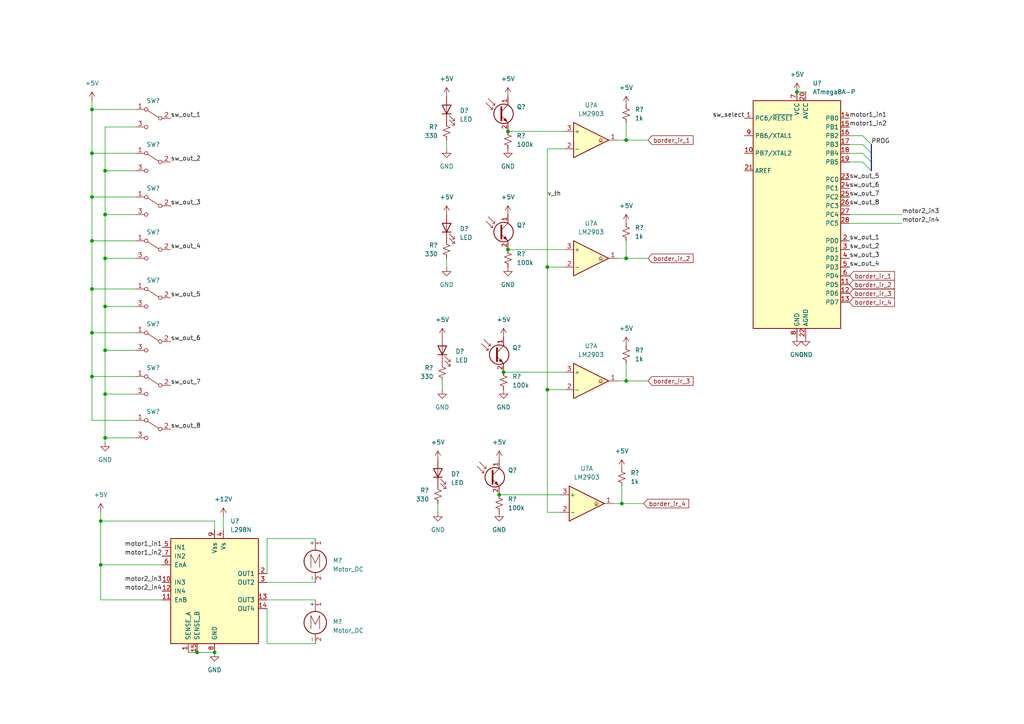
<source format=kicad_sch>
(kicad_sch (version 20211123) (generator eeschema)
  (paper "A4")
  (lib_symbols
    (symbol "Comparator:LM2903" (pin_names (offset 0.127))
      (property "Reference" "U" (at 3.81 3.81 0))
      (property "Value" "LM2903" (at 6.35 -3.81 0))
      (symbol "LM2903_1_1"
        (polyline (pts (xy -5.08 5.08) (xy 5.08 0) (xy -5.08 -5.08) (xy -5.08 5.08)) (stroke (width 0.254)) (fill (type background)))
        (polyline (pts (xy 3.302 -0.508) (xy 2.794 -0.508) (xy 3.302 0) (xy 2.794 0.508) (xy 2.286 0) (xy 2.794 -0.508) (xy 2.286 -0.508)) (stroke (width 0.127)))
        (pin open_collector line (at 7.62 0 180) (length 2.54) (name "~") (number "1"))
        (pin input line (at -7.62 -2.54 0) (length 2.54) (name "-") (number "2"))
        (pin input line (at -7.62 2.54 0) (length 2.54) (name "+") (number "3"))
      )
      (symbol "LM2903_2_1"
        (polyline (pts (xy -5.08 5.08) (xy 5.08 0) (xy -5.08 -5.08) (xy -5.08 5.08)) (stroke (width 0.254)) (fill (type background)))
        (polyline (pts (xy 3.302 -0.508) (xy 2.794 -0.508) (xy 3.302 0) (xy 2.794 0.508) (xy 2.286 0) (xy 2.794 -0.508) (xy 2.286 -0.508)) (stroke (width 0.127)))
        (pin input line (at -7.62 2.54 0) (length 2.54) (name "+") (number "5"))
        (pin input line (at -7.62 -2.54 0) (length 2.54) (name "_") (number "6"))
        (pin open_collector line (at 7.62 0 180) (length 2.54) (name "~") (number "7"))
      )
      (symbol "LM2903_3_1"
        (pin power_in line (at -2.54 -7.62 90) (length 3.81) (name "V-") (number "4"))
        (pin power_in line (at -2.54 7.62 270) (length 3.81) (name "V+") (number "8"))
      )
    )
    (symbol "Device:LED" (pin_numbers hide) (pin_names (offset 1.016) hide)
      (property "Reference" "D" (at 0 2.54 0))
      (property "Value" "LED" (at 0 -2.54 0))
      (symbol "LED_0_1"
        (polyline (pts (xy -1.27 -1.27) (xy -1.27 1.27)) (stroke (width 0.254)))
        (polyline (pts (xy -1.27 0) (xy 1.27 0)))
        (polyline (pts (xy 1.27 -1.27) (xy 1.27 1.27) (xy -1.27 0) (xy 1.27 -1.27)) (stroke (width 0.254)))
        (polyline (pts (xy -3.048 -0.762) (xy -4.572 -2.286) (xy -3.81 -2.286) (xy -4.572 -2.286) (xy -4.572 -1.524)))
        (polyline (pts (xy -1.778 -0.762) (xy -3.302 -2.286) (xy -2.54 -2.286) (xy -3.302 -2.286) (xy -3.302 -1.524)))
      )
      (symbol "LED_1_1"
        (pin passive line (at -3.81 0 0) (length 2.54) (name "K") (number "1"))
        (pin passive line (at 3.81 0 180) (length 2.54) (name "A") (number "2"))
      )
    )
    (symbol "Device:Q_Photo_NPN" (pin_names (offset 0) hide)
      (property "Reference" "Q" (at 5.08 1.27 0))
      (property "Value" "Q_Photo_NPN" (at 5.08 -1.27 0))
      (symbol "Q_Photo_NPN_0_1"
        (polyline (pts (xy -1.905 1.27) (xy -2.54 1.27)))
        (polyline (pts (xy -1.27 2.54) (xy -1.905 2.54)))
        (polyline (pts (xy 0.635 0.635) (xy 2.54 2.54)))
        (polyline (pts (xy -3.81 3.175) (xy -1.905 1.27) (xy -1.905 1.905)))
        (polyline (pts (xy -3.175 4.445) (xy -1.27 2.54) (xy -1.27 3.175)))
        (polyline (pts (xy 0.635 -0.635) (xy 2.54 -2.54) (xy 2.54 -2.54)))
        (polyline (pts (xy 0.635 1.905) (xy 0.635 -1.905) (xy 0.635 -1.905)) (stroke (width 0.508)))
        (polyline (pts (xy 1.27 -1.778) (xy 1.778 -1.27) (xy 2.286 -2.286) (xy 1.27 -1.778) (xy 1.27 -1.778)) (fill (type outline)))
        (circle (center 1.27 0) (radius 2.8194) (stroke (width 0.254)))
      )
      (symbol "Q_Photo_NPN_1_1"
        (pin passive line (at 2.54 5.08 270) (length 2.54) (name "C") (number "1"))
        (pin passive line (at 2.54 -5.08 90) (length 2.54) (name "E") (number "2"))
      )
    )
    (symbol "Device:R_Small_US" (pin_numbers hide) (pin_names (offset 0.254) hide)
      (property "Reference" "R" (at 0.762 0.508 0))
      (property "Value" "R_Small_US" (at 0.762 -1.016 0))
      (symbol "R_Small_US_1_1"
        (polyline (pts (xy 0 0) (xy 1.016 -0.381) (xy 0 -0.762) (xy -1.016 -1.143) (xy 0 -1.524)))
        (polyline (pts (xy 0 1.524) (xy 1.016 1.143) (xy 0 0.762) (xy -1.016 0.381) (xy 0 0)))
        (pin passive line (at 0 2.54 270) (length 1.016) (name "~") (number "1"))
        (pin passive line (at 0 -2.54 90) (length 1.016) (name "~") (number "2"))
      )
    )
    (symbol "Driver_Motor:L298N" (pin_names (offset 1.016))
      (property "Reference" "U" (at -10.16 16.51 0))
      (property "Value" "L298N" (at 12.7 16.51 0))
      (symbol "L298N_0_1"
        (rectangle (start -12.7 15.24) (end 12.7 -15.24) (stroke (width 0.254)) (fill (type background)))
      )
      (symbol "L298N_1_1"
        (pin power_in line (at -7.62 -17.78 90) (length 2.54) (name "SENSE_A") (number "1"))
        (pin input line (at -15.24 2.54 0) (length 2.54) (name "IN3") (number "10"))
        (pin input line (at -15.24 -2.54 0) (length 2.54) (name "EnB") (number "11"))
        (pin input line (at -15.24 0 0) (length 2.54) (name "IN4") (number "12"))
        (pin output line (at 15.24 -2.54 180) (length 2.54) (name "OUT3") (number "13"))
        (pin output line (at 15.24 -5.08 180) (length 2.54) (name "OUT4") (number "14"))
        (pin power_in line (at -5.08 -17.78 90) (length 2.54) (name "SENSE_B") (number "15"))
        (pin output line (at 15.24 5.08 180) (length 2.54) (name "OUT1") (number "2"))
        (pin output line (at 15.24 2.54 180) (length 2.54) (name "OUT2") (number "3"))
        (pin power_in line (at 2.54 17.78 270) (length 2.54) (name "Vs") (number "4"))
        (pin input line (at -15.24 12.7 0) (length 2.54) (name "IN1") (number "5"))
        (pin input line (at -15.24 7.62 0) (length 2.54) (name "EnA") (number "6"))
        (pin input line (at -15.24 10.16 0) (length 2.54) (name "IN2") (number "7"))
        (pin power_in line (at 0 -17.78 90) (length 2.54) (name "GND") (number "8"))
        (pin power_in line (at 0 17.78 270) (length 2.54) (name "Vss") (number "9"))
      )
    )
    (symbol "MCU_Microchip_ATmega:ATmega8A-P"
      (property "Reference" "U" (at -12.7 34.29 0))
      (property "Value" "ATmega8A-P" (at 5.08 -34.29 0))
      (symbol "ATmega8A-P_0_1"
        (rectangle (start -12.7 -33.02) (end 12.7 33.02) (stroke (width 0.254)) (fill (type background)))
      )
      (symbol "ATmega8A-P_1_1"
        (pin bidirectional line (at -15.24 27.94 0) (length 2.54) (name "PC6/~{RESET}") (number "1"))
        (pin bidirectional line (at -15.24 17.78 0) (length 2.54) (name "PB7/XTAL2") (number "10"))
        (pin bidirectional line (at 15.24 -20.32 180) (length 2.54) (name "PD5") (number "11"))
        (pin bidirectional line (at 15.24 -22.86 180) (length 2.54) (name "PD6") (number "12"))
        (pin bidirectional line (at 15.24 -25.4 180) (length 2.54) (name "PD7") (number "13"))
        (pin bidirectional line (at 15.24 27.94 180) (length 2.54) (name "PB0") (number "14"))
        (pin bidirectional line (at 15.24 25.4 180) (length 2.54) (name "PB1") (number "15"))
        (pin bidirectional line (at 15.24 22.86 180) (length 2.54) (name "PB2") (number "16"))
        (pin bidirectional line (at 15.24 20.32 180) (length 2.54) (name "PB3") (number "17"))
        (pin bidirectional line (at 15.24 17.78 180) (length 2.54) (name "PB4") (number "18"))
        (pin bidirectional line (at 15.24 15.24 180) (length 2.54) (name "PB5") (number "19"))
        (pin bidirectional line (at 15.24 -7.62 180) (length 2.54) (name "PD0") (number "2"))
        (pin power_in line (at 2.54 35.56 270) (length 2.54) (name "AVCC") (number "20"))
        (pin passive line (at -15.24 12.7 0) (length 2.54) (name "AREF") (number "21"))
        (pin power_in line (at 2.54 -35.56 90) (length 2.54) (name "AGND") (number "22"))
        (pin bidirectional line (at 15.24 10.16 180) (length 2.54) (name "PC0") (number "23"))
        (pin bidirectional line (at 15.24 7.62 180) (length 2.54) (name "PC1") (number "24"))
        (pin bidirectional line (at 15.24 5.08 180) (length 2.54) (name "PC2") (number "25"))
        (pin bidirectional line (at 15.24 2.54 180) (length 2.54) (name "PC3") (number "26"))
        (pin bidirectional line (at 15.24 0 180) (length 2.54) (name "PC4") (number "27"))
        (pin bidirectional line (at 15.24 -2.54 180) (length 2.54) (name "PC5") (number "28"))
        (pin bidirectional line (at 15.24 -10.16 180) (length 2.54) (name "PD1") (number "3"))
        (pin bidirectional line (at 15.24 -12.7 180) (length 2.54) (name "PD2") (number "4"))
        (pin bidirectional line (at 15.24 -15.24 180) (length 2.54) (name "PD3") (number "5"))
        (pin bidirectional line (at 15.24 -17.78 180) (length 2.54) (name "PD4") (number "6"))
        (pin power_in line (at 0 35.56 270) (length 2.54) (name "VCC") (number "7"))
        (pin power_in line (at 0 -35.56 90) (length 2.54) (name "GND") (number "8"))
        (pin bidirectional line (at -15.24 22.86 0) (length 2.54) (name "PB6/XTAL1") (number "9"))
      )
    )
    (symbol "Motor:Motor_DC" (pin_names (offset 0))
      (property "Reference" "M" (at 2.54 2.54 0))
      (property "Value" "Motor_DC" (at 2.54 -5.08 0))
      (symbol "Motor_DC_0_0"
        (polyline (pts (xy -1.27 -3.302) (xy -1.27 0.508) (xy 0 -2.032) (xy 1.27 0.508) (xy 1.27 -3.302)))
      )
      (symbol "Motor_DC_0_1"
        (circle (center 0 -1.524) (radius 3.2512) (stroke (width 0.254)))
        (polyline (pts (xy 0 -7.62) (xy 0 -7.112)))
        (polyline (pts (xy 0 -4.7752) (xy 0 -5.1816)))
        (polyline (pts (xy 0 1.7272) (xy 0 2.0828)))
        (polyline (pts (xy 0 2.032) (xy 0 2.54)))
      )
      (symbol "Motor_DC_1_1"
        (pin passive line (at 0 5.08 270) (length 2.54) (name "+") (number "1"))
        (pin passive line (at 0 -7.62 90) (length 2.54) (name "-") (number "2"))
      )
    )
    (symbol "Switch:SW_SPDT" (pin_names (offset 0) hide)
      (property "Reference" "SW" (at 0 4.318 0))
      (property "Value" "SW_SPDT" (at 0 -5.08 0))
      (symbol "SW_SPDT_0_0"
        (circle (center -2.032 0) (radius 0.508))
        (circle (center 2.032 -2.54) (radius 0.508))
      )
      (symbol "SW_SPDT_0_1"
        (polyline (pts (xy -1.524 0.254) (xy 1.651 2.286)))
        (circle (center 2.032 2.54) (radius 0.508))
      )
      (symbol "SW_SPDT_1_1"
        (pin passive line (at 5.08 2.54 180) (length 2.54) (name "A") (number "1"))
        (pin passive line (at -5.08 0 0) (length 2.54) (name "B") (number "2"))
        (pin passive line (at 5.08 -2.54 180) (length 2.54) (name "C") (number "3"))
      )
    )
    (symbol "power:+12V" (power) (pin_names (offset 0))
      (property "Value" "+12V" (at 0 3.556 0))
      (symbol "+12V_0_1"
        (polyline (pts (xy -0.762 1.27) (xy 0 2.54)))
        (polyline (pts (xy 0 0) (xy 0 2.54)))
        (polyline (pts (xy 0 2.54) (xy 0.762 1.27)))
      )
      (symbol "+12V_1_1"
        (pin power_in line (at 0 0 90) (length 0) hide (name "+12V") (number "1"))
      )
    )
    (symbol "power:+5V" (power) (pin_names (offset 0))
      (property "Value" "+5V" (at 0 3.556 0))
      (symbol "+5V_0_1"
        (polyline (pts (xy -0.762 1.27) (xy 0 2.54)))
        (polyline (pts (xy 0 0) (xy 0 2.54)))
        (polyline (pts (xy 0 2.54) (xy 0.762 1.27)))
      )
      (symbol "+5V_1_1"
        (pin power_in line (at 0 0 90) (length 0) hide (name "+5V") (number "1"))
      )
    )
    (symbol "power:GND" (power) (pin_names (offset 0))
      (property "Value" "GND" (at 0 -3.81 0))
      (symbol "GND_0_1"
        (polyline (pts (xy 0 0) (xy 0 -1.27) (xy 1.27 -1.27) (xy 0 -2.54) (xy -1.27 -1.27) (xy 0 -1.27)))
      )
      (symbol "GND_1_1"
        (pin power_in line (at 0 0 270) (length 0) hide (name "GND") (number "1"))
      )
    )
  )
  (junction (at 158.75 113.03))
  (junction (at 30.48 49.53))
  (junction (at 26.67 31.75))
  (junction (at 180.34 146.05))
  (junction (at 146.05 107.95))
  (junction (at 181.61 74.93))
  (junction (at 147.32 38.1))
  (junction (at 231.14 26.67))
  (junction (at 30.48 127))
  (junction (at 62.23 189.23))
  (junction (at 30.48 74.93))
  (junction (at 158.75 77.47))
  (junction (at 181.61 40.64))
  (junction (at 29.21 163.83))
  (junction (at 26.67 57.15))
  (junction (at 30.48 88.9))
  (junction (at 147.32 72.39))
  (junction (at 26.67 109.22))
  (junction (at 26.67 69.85))
  (junction (at 26.67 96.52))
  (junction (at 30.48 114.3))
  (junction (at 57.15 189.23))
  (junction (at 29.21 151.13))
  (junction (at 181.61 110.49))
  (junction (at 26.67 44.45))
  (junction (at 144.78 143.51))
  (junction (at 30.48 101.6))
  (junction (at 30.48 62.23))
  (junction (at 26.67 83.82))
  (bus_entry (at 250.19 44.45) (size 2.54 2.54))
  (bus_entry (at 250.19 46.99) (size 2.54 2.54))
  (bus_entry (at 250.19 41.91) (size 2.54 2.54))
  (bus_entry (at 250.19 39.37) (size 2.54 2.54))
  (wire (pts (xy 30.48 49.53) (xy 30.48 36.83)))
  (wire (pts (xy 26.67 69.85) (xy 26.67 83.82)))
  (wire (pts (xy 30.48 36.83) (xy 39.37 36.83)))
  (wire (pts (xy 26.67 96.52) (xy 39.37 96.52)))
  (wire (pts (xy 26.67 121.92) (xy 39.37 121.92)))
  (wire (pts (xy 29.21 163.83) (xy 46.99 163.83)))
  (wire (pts (xy 30.48 62.23) (xy 30.48 49.53)))
  (wire (pts (xy 30.48 127) (xy 30.48 128.27)))
  (wire (pts (xy 26.67 57.15) (xy 39.37 57.15)))
  (wire (pts (xy 261.62 62.23) (xy 246.38 62.23)))
  (wire (pts (xy 180.34 140.97) (xy 180.34 146.05)))
  (wire (pts (xy 179.07 110.49) (xy 181.61 110.49)))
  (wire (pts (xy 39.37 127) (xy 30.48 127)))
  (wire (pts (xy 30.48 114.3) (xy 30.48 101.6)))
  (wire (pts (xy 179.07 40.64) (xy 181.61 40.64)))
  (wire (pts (xy 64.77 149.86) (xy 64.77 153.67)))
  (wire (pts (xy 231.14 26.67) (xy 233.68 26.67)))
  (wire (pts (xy 261.62 64.77) (xy 246.38 64.77)))
  (wire (pts (xy 29.21 173.99) (xy 46.99 173.99)))
  (wire (pts (xy 127 148.59) (xy 127 146.05)))
  (wire (pts (xy 146.05 107.95) (xy 163.83 107.95)))
  (wire (pts (xy 26.67 109.22) (xy 39.37 109.22)))
  (wire (pts (xy 30.48 49.53) (xy 39.37 49.53)))
  (wire (pts (xy 158.75 77.47) (xy 163.83 77.47)))
  (wire (pts (xy 129.54 43.18) (xy 129.54 40.64)))
  (wire (pts (xy 26.67 29.21) (xy 26.67 31.75)))
  (wire (pts (xy 177.8 146.05) (xy 180.34 146.05)))
  (wire (pts (xy 29.21 151.13) (xy 62.23 151.13)))
  (wire (pts (xy 26.67 57.15) (xy 26.67 69.85)))
  (wire (pts (xy 62.23 151.13) (xy 62.23 153.67)))
  (wire (pts (xy 30.48 114.3) (xy 39.37 114.3)))
  (wire (pts (xy 77.47 168.91) (xy 91.44 168.91)))
  (wire (pts (xy 77.47 186.69) (xy 91.44 186.69)))
  (wire (pts (xy 181.61 105.41) (xy 181.61 110.49)))
  (wire (pts (xy 180.34 146.05) (xy 186.69 146.05)))
  (wire (pts (xy 26.67 96.52) (xy 26.67 109.22)))
  (wire (pts (xy 26.67 69.85) (xy 39.37 69.85)))
  (wire (pts (xy 158.75 77.47) (xy 158.75 113.03)))
  (wire (pts (xy 26.67 44.45) (xy 39.37 44.45)))
  (bus (pts (xy 252.73 44.45) (xy 252.73 41.91)))
  (wire (pts (xy 30.48 88.9) (xy 30.48 74.93)))
  (wire (pts (xy 77.47 166.37) (xy 77.47 156.21)))
  (wire (pts (xy 30.48 101.6) (xy 30.48 88.9)))
  (wire (pts (xy 26.67 83.82) (xy 26.67 96.52)))
  (wire (pts (xy 181.61 69.85) (xy 181.61 74.93)))
  (wire (pts (xy 147.32 38.1) (xy 163.83 38.1)))
  (wire (pts (xy 26.67 31.75) (xy 39.37 31.75)))
  (bus (pts (xy 252.73 49.53) (xy 252.73 46.99)))
  (wire (pts (xy 30.48 88.9) (xy 39.37 88.9)))
  (wire (pts (xy 26.67 109.22) (xy 26.67 121.92)))
  (wire (pts (xy 29.21 148.59) (xy 29.21 151.13)))
  (wire (pts (xy 246.38 46.99) (xy 250.19 46.99)))
  (wire (pts (xy 129.54 77.47) (xy 129.54 74.93)))
  (wire (pts (xy 181.61 110.49) (xy 187.96 110.49)))
  (wire (pts (xy 181.61 40.64) (xy 187.96 40.64)))
  (wire (pts (xy 29.21 151.13) (xy 29.21 163.83)))
  (wire (pts (xy 26.67 31.75) (xy 26.67 44.45)))
  (wire (pts (xy 26.67 44.45) (xy 26.67 57.15)))
  (wire (pts (xy 181.61 35.56) (xy 181.61 40.64)))
  (wire (pts (xy 30.48 74.93) (xy 39.37 74.93)))
  (wire (pts (xy 147.32 72.39) (xy 163.83 72.39)))
  (wire (pts (xy 158.75 43.18) (xy 158.75 77.47)))
  (wire (pts (xy 77.47 176.53) (xy 77.47 186.69)))
  (bus (pts (xy 252.73 46.99) (xy 252.73 44.45)))
  (wire (pts (xy 179.07 74.93) (xy 181.61 74.93)))
  (wire (pts (xy 26.67 83.82) (xy 39.37 83.82)))
  (wire (pts (xy 181.61 74.93) (xy 187.96 74.93)))
  (wire (pts (xy 30.48 74.93) (xy 30.48 62.23)))
  (wire (pts (xy 144.78 143.51) (xy 162.56 143.51)))
  (wire (pts (xy 77.47 156.21) (xy 91.44 156.21)))
  (wire (pts (xy 158.75 113.03) (xy 158.75 148.59)))
  (wire (pts (xy 158.75 113.03) (xy 163.83 113.03)))
  (wire (pts (xy 29.21 163.83) (xy 29.21 173.99)))
  (wire (pts (xy 246.38 44.45) (xy 250.19 44.45)))
  (wire (pts (xy 158.75 148.59) (xy 162.56 148.59)))
  (wire (pts (xy 54.61 189.23) (xy 57.15 189.23)))
  (wire (pts (xy 30.48 62.23) (xy 39.37 62.23)))
  (wire (pts (xy 163.83 43.18) (xy 158.75 43.18)))
  (wire (pts (xy 128.27 113.03) (xy 128.27 110.49)))
  (wire (pts (xy 30.48 127) (xy 30.48 114.3)))
  (wire (pts (xy 246.38 41.91) (xy 250.19 41.91)))
  (wire (pts (xy 57.15 189.23) (xy 62.23 189.23)))
  (wire (pts (xy 77.47 173.99) (xy 91.44 173.99)))
  (wire (pts (xy 246.38 39.37) (xy 250.19 39.37)))
  (wire (pts (xy 30.48 101.6) (xy 39.37 101.6)))
  (label "sw_select" (at 215.9 34.29 180))
  (label "sw_out_5" (at 49.53 86.36 0))
  (label "sw_out_2" (at 246.38 72.39 0))
  (label "sw_out_1" (at 49.53 34.29 0))
  (label "sw_out_6" (at 49.53 99.06 0))
  (label "motor2_in3" (at 46.99 168.91 180))
  (label "sw_out_6" (at 246.38 54.61 0))
  (label "sw_out_5" (at 246.38 52.07 0))
  (label "motor2_in4" (at 46.99 171.45 180))
  (label "sw_out_4" (at 49.53 72.39 0))
  (label "sw_out_8" (at 246.38 59.69 0))
  (label "sw_out_3" (at 246.38 74.93 0))
  (label "sw_out_7" (at 49.53 111.76 0))
  (label "sw_out_2" (at 49.53 46.99 0))
  (label "motor1_in1" (at 46.99 158.75 180))
  (label "sw_out_8" (at 49.53 124.46 0))
  (label "sw_out_7" (at 246.38 57.15 0))
  (label "PROG" (at 252.73 41.91 0))
  (label "sw_out_4" (at 246.38 77.47 0))
  (label "motor1_in2" (at 246.38 36.83 0))
  (label "sw_out_1" (at 246.38 69.85 0))
  (label "motor2_in4" (at 261.62 64.77 0))
  (label "v_th" (at 158.75 57.15 0))
  (label "sw_out_3" (at 49.53 59.69 0))
  (label "motor2_in3" (at 261.62 62.23 0))
  (label "motor1_in1" (at 246.38 34.29 0))
  (label "motor1_in2" (at 46.99 161.29 180))
  (global_label "border_ir_1" (shape input) (at 246.38 80.01 0) (property "Intersheet References" "${INTERSHEET_REFS}" (effects hide)))
  (global_label "border_ir_3" (shape input) (at 246.38 85.09 0) (property "Intersheet References" "${INTERSHEET_REFS}" (effects hide)))
  (global_label "border_ir_4" (shape input) (at 246.38 87.63 0) (property "Intersheet References" "${INTERSHEET_REFS}" (effects hide)))
  (global_label "border_ir_2" (shape input) (at 187.96 74.93 0) (property "Intersheet References" "${INTERSHEET_REFS}" (effects hide)))
  (global_label "border_ir_1" (shape input) (at 187.96 40.64 0) (property "Intersheet References" "${INTERSHEET_REFS}" (effects hide)))
  (global_label "border_ir_2" (shape input) (at 246.38 82.55 0) (property "Intersheet References" "${INTERSHEET_REFS}" (effects hide)))
  (global_label "border_ir_3" (shape input) (at 187.96 110.49 0) (property "Intersheet References" "${INTERSHEET_REFS}" (effects hide)))
  (global_label "border_ir_4" (shape input) (at 186.69 146.05 0) (property "Intersheet References" "${INTERSHEET_REFS}" (effects hide)))
  (symbol (lib_id "Switch:SW_SPDT") (at 44.45 34.29 0) (mirror y) (unit 1)
    (property "Reference" "SW?" (at 44.45 29.21 0))
    (property "Value" "SW_SPDT" (effects hide))
  )
  (symbol (lib_id "power:GND") (at 129.54 77.47 0) (unit 1)
    (property "Reference" "#PWR?" (effects hide))
    (property "Value" "GND" (at 129.54 82.55 0))
  )
  (symbol (lib_id "power:+5V") (at 129.54 27.94 0) (unit 1)
    (property "Reference" "#PWR?" (effects hide))
    (property "Value" "+5V" (at 129.54 22.86 0))
  )
  (symbol (lib_id "Device:LED") (at 128.27 101.6 90) (unit 1)
    (property "Reference" "D?" (at 132.08 101.9174 90) (effects (justify right)))
    (property "Value" "LED" (at 132.08 104.4574 90) (effects (justify right)))
  )
  (symbol (lib_id "power:GND") (at 128.27 113.03 0) (unit 1)
    (property "Reference" "#PWR?" (effects hide))
    (property "Value" "GND" (at 128.27 118.11 0))
  )
  (symbol (lib_id "Switch:SW_SPDT") (at 44.45 59.69 0) (mirror y) (unit 1)
    (property "Reference" "SW?" (at 44.45 54.61 0))
    (property "Value" "SW_SPDT" (effects hide))
  )
  (symbol (lib_id "Switch:SW_SPDT") (at 44.45 111.76 0) (mirror y) (unit 1)
    (property "Reference" "SW?" (at 44.45 106.68 0))
    (property "Value" "SW_SPDT" (effects hide))
  )
  (symbol (lib_id "Device:LED") (at 129.54 31.75 90) (unit 1)
    (property "Reference" "D?" (at 133.35 32.0674 90) (effects (justify right)))
    (property "Value" "LED" (at 133.35 34.6074 90) (effects (justify right)))
  )
  (symbol (lib_id "power:GND") (at 147.32 43.18 0) (unit 1)
    (property "Reference" "#PWR?" (effects hide))
    (property "Value" "GND" (at 147.32 48.26 0))
  )
  (symbol (lib_id "power:+12V") (at 64.77 149.86 0) (unit 1)
    (property "Reference" "#PWR?" (effects hide))
    (property "Value" "+12V" (at 64.77 144.78 0))
  )
  (symbol (lib_id "power:+5V") (at 144.78 133.35 0) (unit 1)
    (property "Reference" "#PWR?" (effects hide))
    (property "Value" "+5V" (at 144.78 128.27 0))
  )
  (symbol (lib_id "power:GND") (at 146.05 113.03 0) (unit 1)
    (property "Reference" "#PWR?" (effects hide))
    (property "Value" "GND" (at 146.05 118.11 0))
  )
  (symbol (lib_id "Device:R_Small_US") (at 144.78 146.05 0) (unit 1)
    (property "Reference" "R?" (at 147.32 144.7799 0) (effects (justify left)))
    (property "Value" "100k" (at 147.32 147.3199 0) (effects (justify left)))
  )
  (symbol (lib_id "Motor:Motor_DC") (at 91.44 179.07 0) (unit 1)
    (property "Reference" "M?" (at 96.52 180.3399 0) (effects (justify left)))
    (property "Value" "Motor_DC" (at 96.52 182.8799 0) (effects (justify left)))
  )
  (symbol (lib_id "power:GND") (at 62.23 189.23 0) (unit 1)
    (property "Reference" "#PWR?" (effects hide))
    (property "Value" "GND" (at 62.23 194.31 0))
  )
  (symbol (lib_id "Device:R_Small_US") (at 127 143.51 0) (unit 1)
    (property "Reference" "R?" (at 124.46 142.2399 0) (effects (justify right)))
    (property "Value" "330" (at 124.46 144.7799 0) (effects (justify right)))
  )
  (symbol (lib_id "power:+5V") (at 180.34 135.89 0) (unit 1)
    (property "Reference" "#PWR?" (effects hide))
    (property "Value" "+5V" (at 180.34 130.81 0))
  )
  (symbol (lib_id "power:GND") (at 144.78 148.59 0) (unit 1)
    (property "Reference" "#PWR?" (effects hide))
    (property "Value" "GND" (at 144.78 153.67 0))
  )
  (symbol (lib_id "Switch:SW_SPDT") (at 44.45 46.99 0) (mirror y) (unit 1)
    (property "Reference" "SW?" (at 44.45 41.91 0))
    (property "Value" "SW_SPDT" (effects hide))
  )
  (symbol (lib_id "Switch:SW_SPDT") (at 44.45 99.06 0) (mirror y) (unit 1)
    (property "Reference" "SW?" (at 44.45 93.98 0))
    (property "Value" "SW_SPDT" (effects hide))
  )
  (symbol (lib_id "power:+5V") (at 26.67 29.21 0) (unit 1)
    (property "Reference" "#PWR?" (effects hide))
    (property "Value" "+5V" (at 26.67 24.13 0))
  )
  (symbol (lib_id "Device:Q_Photo_NPN") (at 144.78 33.02 0) (unit 1)
    (property "Reference" "Q?" (at 149.86 31.0006 0) (effects (justify left)))
    (property "Value" "Q_Photo_NPN" (effects hide))
  )
  (symbol (lib_id "Comparator:LM2903") (at 171.45 40.64 0) (unit 1)
    (property "Reference" "U?" (at 171.45 30.48 0))
    (property "Value" "LM2903" (at 171.45 33.02 0))
    (property "Datasheet" "http://www.ti.com/lit/ds/symlink/lm393.pdf" (effects hide))
  )
  (symbol (lib_id "power:+5V") (at 181.61 64.77 0) (unit 1)
    (property "Reference" "#PWR?" (effects hide))
    (property "Value" "+5V" (at 181.61 59.69 0))
  )
  (symbol (lib_id "Device:LED") (at 129.54 66.04 90) (unit 1)
    (property "Reference" "D?" (at 133.35 66.3574 90) (effects (justify right)))
    (property "Value" "LED" (at 133.35 68.8974 90) (effects (justify right)))
  )
  (symbol (lib_id "power:GND") (at 147.32 77.47 0) (unit 1)
    (property "Reference" "#PWR?" (effects hide))
    (property "Value" "GND" (at 147.32 82.55 0))
  )
  (symbol (lib_id "Comparator:LM2903") (at 171.45 110.49 0) (unit 1)
    (property "Reference" "U?" (at 171.45 100.33 0))
    (property "Value" "LM2903" (at 171.45 102.87 0))
    (property "Datasheet" "http://www.ti.com/lit/ds/symlink/lm393.pdf" (effects hide))
  )
  (symbol (lib_id "Device:R_Small_US") (at 181.61 67.31 0) (unit 1)
    (property "Reference" "R?" (at 184.15 66.0399 0) (effects (justify left)))
    (property "Value" "1k" (at 184.15 68.5799 0) (effects (justify left)))
  )
  (symbol (lib_id "Comparator:LM2903") (at 171.45 74.93 0) (unit 1)
    (property "Reference" "U?" (at 171.45 64.77 0))
    (property "Value" "LM2903" (at 171.45 67.31 0))
    (property "Datasheet" "http://www.ti.com/lit/ds/symlink/lm393.pdf" (effects hide))
  )
  (symbol (lib_id "Device:R_Small_US") (at 147.32 74.93 0) (unit 1)
    (property "Reference" "R?" (at 149.86 73.6599 0) (effects (justify left)))
    (property "Value" "100k" (at 149.86 76.1999 0) (effects (justify left)))
  )
  (symbol (lib_id "power:+5V") (at 146.05 97.79 0) (unit 1)
    (property "Reference" "#PWR?" (effects hide))
    (property "Value" "+5V" (at 146.05 92.71 0))
  )
  (symbol (lib_id "power:+5V") (at 129.54 62.23 0) (unit 1)
    (property "Reference" "#PWR?" (effects hide))
    (property "Value" "+5V" (at 129.54 57.15 0))
  )
  (symbol (lib_id "Device:R_Small_US") (at 128.27 107.95 0) (unit 1)
    (property "Reference" "R?" (at 125.73 106.6799 0) (effects (justify right)))
    (property "Value" "330" (at 125.73 109.2199 0) (effects (justify right)))
  )
  (symbol (lib_id "Comparator:LM2903") (at 170.18 146.05 0) (unit 1)
    (property "Reference" "U?" (at 170.18 135.89 0))
    (property "Value" "LM2903" (at 170.18 138.43 0))
    (property "Datasheet" "http://www.ti.com/lit/ds/symlink/lm393.pdf" (effects hide))
  )
  (symbol (lib_id "Device:Q_Photo_NPN") (at 143.51 102.87 0) (unit 1)
    (property "Reference" "Q?" (at 148.59 100.8506 0) (effects (justify left)))
    (property "Value" "Q_Photo_NPN" (effects hide))
  )
  (symbol (lib_id "Switch:SW_SPDT") (at 44.45 86.36 0) (mirror y) (unit 1)
    (property "Reference" "SW?" (at 44.45 81.28 0))
    (property "Value" "SW_SPDT" (effects hide))
  )
  (symbol (lib_id "Device:Q_Photo_NPN") (at 144.78 67.31 0) (unit 1)
    (property "Reference" "Q?" (at 149.86 65.2906 0) (effects (justify left)))
    (property "Value" "Q_Photo_NPN" (effects hide))
  )
  (symbol (lib_id "Device:R_Small_US") (at 129.54 38.1 0) (unit 1)
    (property "Reference" "R?" (at 127 36.8299 0) (effects (justify right)))
    (property "Value" "330" (at 127 39.3699 0) (effects (justify right)))
  )
  (symbol (lib_id "Device:Q_Photo_NPN") (at 142.24 138.43 0) (unit 1)
    (property "Reference" "Q?" (at 147.32 136.4106 0) (effects (justify left)))
    (property "Value" "Q_Photo_NPN" (effects hide))
  )
  (symbol (lib_id "power:GND") (at 231.14 97.79 0) (unit 1)
    (property "Reference" "#PWR?" (effects hide))
    (property "Value" "GND" (at 231.14 102.87 0))
  )
  (symbol (lib_id "Switch:SW_SPDT") (at 44.45 72.39 0) (mirror y) (unit 1)
    (property "Reference" "SW?" (at 44.45 67.31 0))
    (property "Value" "SW_SPDT" (effects hide))
  )
  (symbol (lib_id "Device:LED") (at 127 137.16 90) (unit 1)
    (property "Reference" "D?" (at 130.81 137.4774 90) (effects (justify right)))
    (property "Value" "LED" (at 130.81 140.0174 90) (effects (justify right)))
  )
  (symbol (lib_id "MCU_Microchip_ATmega:ATmega8A-P") (at 231.14 62.23 0) (unit 1)
    (property "Reference" "U?" (at 235.6994 24.13 0) (effects (justify left)))
    (property "Value" "ATmega8A-P" (at 235.6994 26.67 0) (effects (justify left)))
    (property "Footprint" "Package_DIP:DIP-28_W7.62mm" (effects hide))
    (property "Datasheet" "http://ww1.microchip.com/downloads/en/DeviceDoc/Microchip%208bit%20mcu%20AVR%20ATmega8A%20data%20sheet%2040001974A.pdf" (effects hide))
  )
  (symbol (lib_id "Device:R_Small_US") (at 181.61 33.02 0) (unit 1)
    (property "Reference" "R?" (at 184.15 31.7499 0) (effects (justify left)))
    (property "Value" "1k" (at 184.15 34.2899 0) (effects (justify left)))
  )
  (symbol (lib_id "Switch:SW_SPDT") (at 44.45 124.46 0) (mirror y) (unit 1)
    (property "Reference" "SW?" (at 44.45 119.38 0))
    (property "Value" "SW_SPDT" (effects hide))
  )
  (symbol (lib_id "Device:R_Small_US") (at 129.54 72.39 0) (unit 1)
    (property "Reference" "R?" (at 127 71.1199 0) (effects (justify right)))
    (property "Value" "330" (at 127 73.6599 0) (effects (justify right)))
  )
  (symbol (lib_id "power:+5V") (at 147.32 62.23 0) (unit 1)
    (property "Reference" "#PWR?" (effects hide))
    (property "Value" "+5V" (at 147.32 57.15 0))
  )
  (symbol (lib_id "Device:R_Small_US") (at 180.34 138.43 0) (unit 1)
    (property "Reference" "R?" (at 182.88 137.1599 0) (effects (justify left)))
    (property "Value" "1k" (at 182.88 139.6999 0) (effects (justify left)))
  )
  (symbol (lib_id "Device:R_Small_US") (at 146.05 110.49 0) (unit 1)
    (property "Reference" "R?" (at 148.59 109.2199 0) (effects (justify left)))
    (property "Value" "100k" (at 148.59 111.7599 0) (effects (justify left)))
  )
  (symbol (lib_id "power:+5V") (at 127 133.35 0) (unit 1)
    (property "Reference" "#PWR?" (effects hide))
    (property "Value" "+5V" (at 127 128.27 0))
  )
  (symbol (lib_id "power:+5V") (at 181.61 30.48 0) (unit 1)
    (property "Reference" "#PWR?" (effects hide))
    (property "Value" "+5V" (at 181.61 25.4 0))
  )
  (symbol (lib_id "power:+5V") (at 147.32 27.94 0) (unit 1)
    (property "Reference" "#PWR?" (effects hide))
    (property "Value" "+5V" (at 147.32 22.86 0))
  )
  (symbol (lib_id "power:GND") (at 30.48 128.27 0) (unit 1)
    (property "Reference" "#PWR?" (effects hide))
    (property "Value" "GND" (at 30.48 133.35 0))
  )
  (symbol (lib_id "power:GND") (at 129.54 43.18 0) (unit 1)
    (property "Reference" "#PWR?" (effects hide))
    (property "Value" "GND" (at 129.54 48.26 0))
  )
  (symbol (lib_id "power:+5V") (at 181.61 100.33 0) (unit 1)
    (property "Reference" "#PWR?" (effects hide))
    (property "Value" "+5V" (at 181.61 95.25 0))
  )
  (symbol (lib_id "power:+5V") (at 29.21 148.59 0) (unit 1)
    (property "Reference" "#PWR?" (effects hide))
    (property "Value" "+5V" (at 29.21 143.51 0))
  )
  (symbol (lib_id "power:GND") (at 127 148.59 0) (unit 1)
    (property "Reference" "#PWR?" (effects hide))
    (property "Value" "GND" (at 127 153.67 0))
  )
  (symbol (lib_id "Device:R_Small_US") (at 147.32 40.64 0) (unit 1)
    (property "Reference" "R?" (at 149.86 39.3699 0) (effects (justify left)))
    (property "Value" "100k" (at 149.86 41.9099 0) (effects (justify left)))
  )
  (symbol (lib_id "power:+5V") (at 128.27 97.79 0) (unit 1)
    (property "Reference" "#PWR?" (effects hide))
    (property "Value" "+5V" (at 128.27 92.71 0))
  )
  (symbol (lib_id "power:+5V") (at 231.14 26.67 0) (unit 1)
    (property "Reference" "#PWR?" (effects hide))
    (property "Value" "+5V" (at 231.14 21.59 0))
  )
  (symbol (lib_id "Driver_Motor:L298N") (at 62.23 171.45 0) (unit 1)
    (property "Reference" "U?" (at 66.7894 151.13 0) (effects (justify left)))
    (property "Value" "L298N" (at 66.7894 153.67 0) (effects (justify left)))
    (property "Footprint" "Package_TO_SOT_THT:TO-220-15_P2.54x2.54mm_StaggerOdd_Lead4.58mm_Vertical" (effects hide))
    (property "Datasheet" "http://www.st.com/st-web-ui/static/active/en/resource/technical/document/datasheet/CD00000240.pdf" (effects hide))
  )
  (symbol (lib_id "Motor:Motor_DC") (at 91.44 161.29 0) (unit 1)
    (property "Reference" "M?" (at 96.52 162.5599 0) (effects (justify left)))
    (property "Value" "Motor_DC" (at 96.52 165.0999 0) (effects (justify left)))
  )
  (symbol (lib_id "power:GND") (at 233.68 97.79 0) (unit 1)
    (property "Reference" "#PWR?" (effects hide))
    (property "Value" "GND" (at 233.68 102.87 0))
  )
  (symbol (lib_id "Device:R_Small_US") (at 181.61 102.87 0) (unit 1)
    (property "Reference" "R?" (at 184.15 101.5999 0) (effects (justify left)))
    (property "Value" "1k" (at 184.15 104.1399 0) (effects (justify left)))
  )
)
</source>
